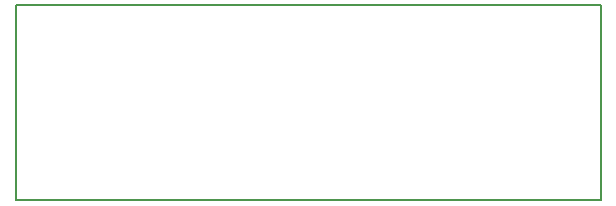
<source format=gbr>
G04 #@! TF.FileFunction,Profile,NP*
%FSLAX46Y46*%
G04 Gerber Fmt 4.6, Leading zero omitted, Abs format (unit mm)*
G04 Created by KiCad (PCBNEW 4.0.7) date 01/24/18 00:47:36*
%MOMM*%
%LPD*%
G01*
G04 APERTURE LIST*
%ADD10C,0.100000*%
%ADD11C,0.150000*%
G04 APERTURE END LIST*
D10*
D11*
X106680000Y-116840000D02*
X106680000Y-100330000D01*
X156210000Y-116840000D02*
X106680000Y-116840000D01*
X156210000Y-100330000D02*
X156210000Y-116840000D01*
X106680000Y-100330000D02*
X156210000Y-100330000D01*
M02*

</source>
